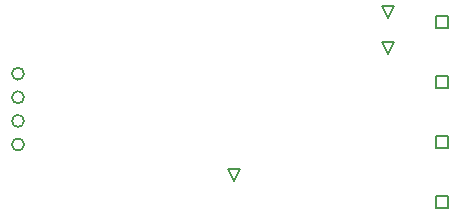
<source format=gbr>
G04*
G04 #@! TF.GenerationSoftware,Altium Limited,Altium Designer,23.0.1 (38)*
G04*
G04 Layer_Color=2752767*
%FSLAX25Y25*%
%MOIN*%
G70*
G04*
G04 #@! TF.SameCoordinates,C317ACD7-2F99-4A28-9CC3-B5CC64B43C24*
G04*
G04*
G04 #@! TF.FilePolarity,Positive*
G04*
G01*
G75*
%ADD14C,0.00500*%
%ADD46C,0.00667*%
D14*
X452506Y399494D02*
Y403494D01*
X456506D01*
Y399494D01*
X452506D01*
X452500Y419500D02*
Y423500D01*
X456500D01*
Y419500D01*
X452500D01*
X452467Y439533D02*
Y443533D01*
X456467D01*
Y439533D01*
X452467D01*
X452506Y379494D02*
Y383494D01*
X456506D01*
Y379494D01*
X452506D01*
X436326Y430906D02*
X434326Y434906D01*
X438326D01*
X436326Y430906D01*
X436500Y443000D02*
X434500Y447000D01*
X438500D01*
X436500Y443000D01*
X385000Y388500D02*
X383000Y392500D01*
X387000D01*
X385000Y388500D01*
D46*
X315000Y424311D02*
G03*
X315000Y424311I-2000J0D01*
G01*
Y416437D02*
G03*
X315000Y416437I-2000J0D01*
G01*
Y408563D02*
G03*
X315000Y408563I-2000J0D01*
G01*
Y400689D02*
G03*
X315000Y400689I-2000J0D01*
G01*
M02*

</source>
